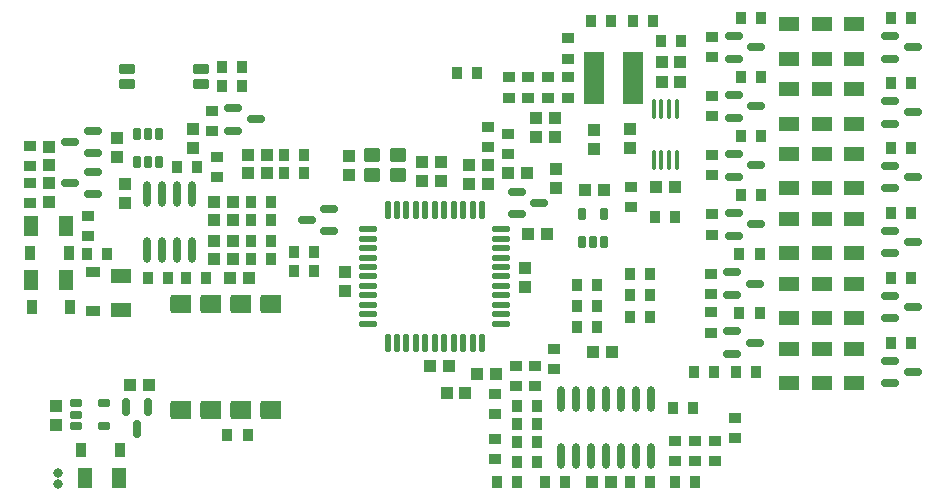
<source format=gtp>
G04*
G04 #@! TF.GenerationSoftware,Altium Limited,Altium Designer,20.0.13 (296)*
G04*
G04 Layer_Color=8421504*
%FSLAX43Y43*%
%MOMM*%
G71*
G01*
G75*
%ADD18R,1.000X1.000*%
%ADD19R,0.900X1.000*%
%ADD20R,1.000X1.000*%
%ADD21R,1.800X4.500*%
%ADD22O,0.350X1.700*%
%ADD23R,1.000X0.900*%
G04:AMPARAMS|DCode=24|XSize=0.6mm|YSize=1.1mm|CornerRadius=0.15mm|HoleSize=0mm|Usage=FLASHONLY|Rotation=180.000|XOffset=0mm|YOffset=0mm|HoleType=Round|Shape=RoundedRectangle|*
%AMROUNDEDRECTD24*
21,1,0.600,0.800,0,0,180.0*
21,1,0.300,1.100,0,0,180.0*
1,1,0.300,-0.150,0.400*
1,1,0.300,0.150,0.400*
1,1,0.300,0.150,-0.400*
1,1,0.300,-0.150,-0.400*
%
%ADD24ROUNDEDRECTD24*%
G04:AMPARAMS|DCode=25|XSize=0.6mm|YSize=1.1mm|CornerRadius=0.15mm|HoleSize=0mm|Usage=FLASHONLY|Rotation=90.000|XOffset=0mm|YOffset=0mm|HoleType=Round|Shape=RoundedRectangle|*
%AMROUNDEDRECTD25*
21,1,0.600,0.800,0,0,90.0*
21,1,0.300,1.100,0,0,90.0*
1,1,0.300,0.400,0.150*
1,1,0.300,0.400,-0.150*
1,1,0.300,-0.400,-0.150*
1,1,0.300,-0.400,0.150*
%
%ADD25ROUNDEDRECTD25*%
G04:AMPARAMS|DCode=26|XSize=1.219mm|YSize=0.914mm|CornerRadius=0.183mm|HoleSize=0mm|Usage=FLASHONLY|Rotation=90.000|XOffset=0mm|YOffset=0mm|HoleType=Round|Shape=RoundedRectangle|*
%AMROUNDEDRECTD26*
21,1,1.219,0.549,0,0,90.0*
21,1,0.853,0.914,0,0,90.0*
1,1,0.366,0.274,0.427*
1,1,0.366,0.274,-0.427*
1,1,0.366,-0.274,-0.427*
1,1,0.366,-0.274,0.427*
%
%ADD26ROUNDEDRECTD26*%
%ADD27R,1.800X1.300*%
G04:AMPARAMS|DCode=28|XSize=0.6mm|YSize=1.5mm|CornerRadius=0.15mm|HoleSize=0mm|Usage=FLASHONLY|Rotation=90.000|XOffset=0mm|YOffset=0mm|HoleType=Round|Shape=RoundedRectangle|*
%AMROUNDEDRECTD28*
21,1,0.600,1.200,0,0,90.0*
21,1,0.300,1.500,0,0,90.0*
1,1,0.300,0.600,0.150*
1,1,0.300,0.600,-0.150*
1,1,0.300,-0.600,-0.150*
1,1,0.300,-0.600,0.150*
%
%ADD28ROUNDEDRECTD28*%
G04:AMPARAMS|DCode=29|XSize=0.9mm|YSize=1.3mm|CornerRadius=0.18mm|HoleSize=0mm|Usage=FLASHONLY|Rotation=90.000|XOffset=0mm|YOffset=0mm|HoleType=Round|Shape=RoundedRectangle|*
%AMROUNDEDRECTD29*
21,1,0.900,0.940,0,0,90.0*
21,1,0.540,1.300,0,0,90.0*
1,1,0.360,0.470,0.270*
1,1,0.360,0.470,-0.270*
1,1,0.360,-0.470,-0.270*
1,1,0.360,-0.470,0.270*
%
%ADD29ROUNDEDRECTD29*%
%ADD30O,0.550X1.600*%
%ADD31O,1.600X0.550*%
G04:AMPARAMS|DCode=32|XSize=1.778mm|YSize=1.524mm|CornerRadius=0.191mm|HoleSize=0mm|Usage=FLASHONLY|Rotation=0.000|XOffset=0mm|YOffset=0mm|HoleType=Round|Shape=RoundedRectangle|*
%AMROUNDEDRECTD32*
21,1,1.778,1.143,0,0,0.0*
21,1,1.397,1.524,0,0,0.0*
1,1,0.381,0.699,-0.572*
1,1,0.381,-0.699,-0.572*
1,1,0.381,-0.699,0.572*
1,1,0.381,0.699,0.572*
%
%ADD32ROUNDEDRECTD32*%
G04:AMPARAMS|DCode=33|XSize=1.219mm|YSize=0.914mm|CornerRadius=0.183mm|HoleSize=0mm|Usage=FLASHONLY|Rotation=180.000|XOffset=0mm|YOffset=0mm|HoleType=Round|Shape=RoundedRectangle|*
%AMROUNDEDRECTD33*
21,1,1.219,0.549,0,0,180.0*
21,1,0.853,0.914,0,0,180.0*
1,1,0.366,-0.427,0.274*
1,1,0.366,0.427,0.274*
1,1,0.366,0.427,-0.274*
1,1,0.366,-0.427,-0.274*
%
%ADD33ROUNDEDRECTD33*%
%ADD34R,1.300X1.800*%
%ADD35C,0.800*%
G04:AMPARAMS|DCode=36|XSize=0.6mm|YSize=1.5mm|CornerRadius=0.15mm|HoleSize=0mm|Usage=FLASHONLY|Rotation=0.000|XOffset=0mm|YOffset=0mm|HoleType=Round|Shape=RoundedRectangle|*
%AMROUNDEDRECTD36*
21,1,0.600,1.200,0,0,0.0*
21,1,0.300,1.500,0,0,0.0*
1,1,0.300,0.150,-0.600*
1,1,0.300,-0.150,-0.600*
1,1,0.300,-0.150,0.600*
1,1,0.300,0.150,0.600*
%
%ADD36ROUNDEDRECTD36*%
G04:AMPARAMS|DCode=37|XSize=1.4mm|YSize=1.2mm|CornerRadius=0.15mm|HoleSize=0mm|Usage=FLASHONLY|Rotation=0.000|XOffset=0mm|YOffset=0mm|HoleType=Round|Shape=RoundedRectangle|*
%AMROUNDEDRECTD37*
21,1,1.400,0.900,0,0,0.0*
21,1,1.100,1.200,0,0,0.0*
1,1,0.300,0.550,-0.450*
1,1,0.300,-0.550,-0.450*
1,1,0.300,-0.550,0.450*
1,1,0.300,0.550,0.450*
%
%ADD37ROUNDEDRECTD37*%
%ADD38O,0.600X2.200*%
D18*
X125800Y131500D02*
D03*
Y129900D02*
D03*
X122800Y129800D02*
D03*
Y131400D02*
D03*
X113800Y128400D02*
D03*
Y126800D02*
D03*
X119500Y130800D02*
D03*
Y132400D02*
D03*
X117900Y130800D02*
D03*
Y132400D02*
D03*
X77200Y108000D02*
D03*
Y106400D02*
D03*
X112200Y126800D02*
D03*
Y128400D02*
D03*
X101700Y119400D02*
D03*
Y117800D02*
D03*
X119600Y128100D02*
D03*
Y126500D02*
D03*
X83100Y126800D02*
D03*
Y125200D02*
D03*
X76600Y128400D02*
D03*
Y130000D02*
D03*
Y125300D02*
D03*
Y126900D02*
D03*
X88800Y131500D02*
D03*
Y129900D02*
D03*
X82400Y129100D02*
D03*
Y130700D02*
D03*
X102000Y129200D02*
D03*
Y127600D02*
D03*
X116900Y119700D02*
D03*
Y118100D02*
D03*
D19*
X124250Y140600D02*
D03*
X122550D02*
D03*
X130150Y138900D02*
D03*
X128450D02*
D03*
X127750Y140600D02*
D03*
X126050D02*
D03*
X127950Y124000D02*
D03*
X129650D02*
D03*
X91750Y105600D02*
D03*
X93450D02*
D03*
X125850Y119200D02*
D03*
X127550D02*
D03*
X135200Y140900D02*
D03*
X136900D02*
D03*
X149650D02*
D03*
X147950D02*
D03*
X121350Y118300D02*
D03*
X123050D02*
D03*
X135200Y135900D02*
D03*
X136900D02*
D03*
X149650Y135400D02*
D03*
X147950D02*
D03*
X117950Y108000D02*
D03*
X116250D02*
D03*
X111200Y136200D02*
D03*
X112900D02*
D03*
X125850Y117400D02*
D03*
X127550D02*
D03*
X135200Y130900D02*
D03*
X136900D02*
D03*
X149650Y129900D02*
D03*
X147950D02*
D03*
X116250Y103300D02*
D03*
X117950D02*
D03*
X117950Y105000D02*
D03*
X116250D02*
D03*
Y101600D02*
D03*
X114550D02*
D03*
X121350Y116500D02*
D03*
X123050D02*
D03*
X120350Y101600D02*
D03*
X118650D02*
D03*
X135200Y125900D02*
D03*
X136900D02*
D03*
X149650Y124400D02*
D03*
X147950D02*
D03*
X136500Y110900D02*
D03*
X134800D02*
D03*
X132950D02*
D03*
X131250D02*
D03*
X125850Y115600D02*
D03*
X127550D02*
D03*
X135100Y120900D02*
D03*
X136800D02*
D03*
X131150Y107900D02*
D03*
X129450D02*
D03*
X149650Y118900D02*
D03*
X147950D02*
D03*
X117950Y106500D02*
D03*
X116250D02*
D03*
X92950Y136700D02*
D03*
X91250D02*
D03*
X121350Y114700D02*
D03*
X123050D02*
D03*
X129650Y101600D02*
D03*
X131350D02*
D03*
X135100Y115900D02*
D03*
X136800D02*
D03*
X149650Y113400D02*
D03*
X147950D02*
D03*
X127550Y101600D02*
D03*
X125850D02*
D03*
X91250Y135100D02*
D03*
X92950D02*
D03*
X98250Y129300D02*
D03*
X96550D02*
D03*
X98250Y127800D02*
D03*
X96550D02*
D03*
X95450Y125300D02*
D03*
X93750D02*
D03*
X95450Y123800D02*
D03*
X93750D02*
D03*
X81550Y120900D02*
D03*
X79850D02*
D03*
X89150Y128300D02*
D03*
X87450D02*
D03*
X89950Y118900D02*
D03*
X88250D02*
D03*
X95450Y122000D02*
D03*
X93750D02*
D03*
X95450Y120500D02*
D03*
X93750D02*
D03*
X86750Y118900D02*
D03*
X85050D02*
D03*
X97350Y119500D02*
D03*
X99050D02*
D03*
X97350Y121100D02*
D03*
X99050D02*
D03*
D20*
X130100Y135500D02*
D03*
X128500D02*
D03*
X129600Y126600D02*
D03*
X128000D02*
D03*
X128500Y137200D02*
D03*
X130100D02*
D03*
X122000Y126300D02*
D03*
X123600D02*
D03*
X95100Y127800D02*
D03*
X93500D02*
D03*
X95100Y129300D02*
D03*
X93500D02*
D03*
X124200Y101600D02*
D03*
X122600D02*
D03*
X114500Y110700D02*
D03*
X112900D02*
D03*
X111900Y109100D02*
D03*
X110300D02*
D03*
X122700Y112600D02*
D03*
X124300D02*
D03*
X115500Y127800D02*
D03*
X117100D02*
D03*
X108200Y127100D02*
D03*
X109800D02*
D03*
X118800Y122600D02*
D03*
X117200D02*
D03*
X92000Y118900D02*
D03*
X93600D02*
D03*
X85100Y109800D02*
D03*
X83500D02*
D03*
X92200Y120500D02*
D03*
X90600D02*
D03*
X92200Y122000D02*
D03*
X90600D02*
D03*
X92200Y123800D02*
D03*
X90600D02*
D03*
X92200Y125300D02*
D03*
X90600D02*
D03*
X109800Y128700D02*
D03*
X108200D02*
D03*
X110500Y111400D02*
D03*
X108900D02*
D03*
D21*
X126050Y135800D02*
D03*
X122750D02*
D03*
D22*
X127825Y128850D02*
D03*
X128475D02*
D03*
X129125D02*
D03*
X129775D02*
D03*
X127825Y133150D02*
D03*
X128475D02*
D03*
X129125D02*
D03*
X129775D02*
D03*
D23*
X125900Y124850D02*
D03*
Y126550D02*
D03*
X113800Y129950D02*
D03*
Y131650D02*
D03*
X115500Y131050D02*
D03*
Y129350D02*
D03*
X134700Y107050D02*
D03*
Y105350D02*
D03*
X132800Y139250D02*
D03*
Y137550D02*
D03*
X120600Y135850D02*
D03*
Y134150D02*
D03*
X118900Y135850D02*
D03*
Y134150D02*
D03*
X120600Y139150D02*
D03*
Y137450D02*
D03*
X117200Y134150D02*
D03*
Y135850D02*
D03*
X115600Y135850D02*
D03*
Y134150D02*
D03*
X132800Y134250D02*
D03*
Y132550D02*
D03*
X117800Y109750D02*
D03*
Y111450D02*
D03*
X119400Y111150D02*
D03*
Y112850D02*
D03*
X132800Y129250D02*
D03*
Y127550D02*
D03*
X116200Y111450D02*
D03*
Y109750D02*
D03*
X114400Y109050D02*
D03*
Y107350D02*
D03*
X132800Y124250D02*
D03*
Y122550D02*
D03*
X114400Y105250D02*
D03*
Y103550D02*
D03*
X90400Y133050D02*
D03*
Y131350D02*
D03*
X132700Y119250D02*
D03*
Y117550D02*
D03*
X133000Y105050D02*
D03*
Y103350D02*
D03*
X132700Y114250D02*
D03*
Y115950D02*
D03*
X129600Y105050D02*
D03*
Y103350D02*
D03*
X131300Y105050D02*
D03*
Y103350D02*
D03*
X90900Y129150D02*
D03*
Y127450D02*
D03*
X79900Y124150D02*
D03*
Y122450D02*
D03*
X75000Y128350D02*
D03*
Y130050D02*
D03*
Y126950D02*
D03*
Y125250D02*
D03*
D24*
X121750Y121900D02*
D03*
X122700D02*
D03*
X123650D02*
D03*
Y124300D02*
D03*
X121750D02*
D03*
X84050Y131100D02*
D03*
X85000D02*
D03*
X85950D02*
D03*
Y128700D02*
D03*
X85000D02*
D03*
X84050D02*
D03*
D25*
X81300Y108250D02*
D03*
Y106350D02*
D03*
X78900D02*
D03*
Y107300D02*
D03*
Y108250D02*
D03*
D26*
X79362Y104300D02*
D03*
X82638D02*
D03*
X78438Y116400D02*
D03*
X75162D02*
D03*
X78338Y121000D02*
D03*
X75062D02*
D03*
D27*
X139300Y140350D02*
D03*
Y137450D02*
D03*
X142050Y140350D02*
D03*
Y137450D02*
D03*
X144800Y140350D02*
D03*
Y137450D02*
D03*
X139300Y134850D02*
D03*
Y131950D02*
D03*
X142050Y134850D02*
D03*
Y131950D02*
D03*
X144800Y134850D02*
D03*
Y131950D02*
D03*
X139300Y129350D02*
D03*
Y126450D02*
D03*
X142050Y129350D02*
D03*
Y126450D02*
D03*
X144800Y129350D02*
D03*
Y126450D02*
D03*
X139300Y123850D02*
D03*
Y120950D02*
D03*
X142050Y123850D02*
D03*
Y120950D02*
D03*
X144800Y123850D02*
D03*
Y120950D02*
D03*
X139300Y118350D02*
D03*
Y115450D02*
D03*
X142050Y118350D02*
D03*
Y115450D02*
D03*
X144800Y118350D02*
D03*
Y115450D02*
D03*
X139300Y112850D02*
D03*
Y109950D02*
D03*
X142050Y112850D02*
D03*
Y109950D02*
D03*
X144800Y112850D02*
D03*
Y109950D02*
D03*
X82700Y119050D02*
D03*
Y116150D02*
D03*
D28*
X147850Y139350D02*
D03*
Y137450D02*
D03*
X149750Y138400D02*
D03*
X147850Y133850D02*
D03*
Y131950D02*
D03*
X149750Y132900D02*
D03*
X147850Y128350D02*
D03*
Y126450D02*
D03*
X149750Y127400D02*
D03*
X147850Y122850D02*
D03*
Y120950D02*
D03*
X149750Y121900D02*
D03*
X147850Y117350D02*
D03*
Y115450D02*
D03*
X149750Y116400D02*
D03*
X147850Y111850D02*
D03*
Y109950D02*
D03*
X149750Y110900D02*
D03*
X134500Y114350D02*
D03*
Y112450D02*
D03*
X136400Y113400D02*
D03*
X134500Y119350D02*
D03*
Y117450D02*
D03*
X136400Y118400D02*
D03*
X92250Y133250D02*
D03*
Y131350D02*
D03*
X94150Y132300D02*
D03*
X134600Y124350D02*
D03*
Y122450D02*
D03*
X136500Y123400D02*
D03*
X134600Y129350D02*
D03*
Y127450D02*
D03*
X136500Y128400D02*
D03*
X134600Y134350D02*
D03*
Y132450D02*
D03*
X136500Y133400D02*
D03*
X134600Y139350D02*
D03*
Y137450D02*
D03*
X136500Y138400D02*
D03*
X80350Y125950D02*
D03*
Y127850D02*
D03*
X78450Y126900D02*
D03*
X80350Y129450D02*
D03*
Y131350D02*
D03*
X78450Y130400D02*
D03*
X100350Y122850D02*
D03*
Y124750D02*
D03*
X98450Y123800D02*
D03*
X116250Y126150D02*
D03*
Y124250D02*
D03*
X118150Y125200D02*
D03*
D29*
X89550Y135265D02*
D03*
Y136535D02*
D03*
X83250D02*
D03*
Y135265D02*
D03*
D30*
X105300Y113350D02*
D03*
X106100D02*
D03*
X106900D02*
D03*
X107700D02*
D03*
X108500D02*
D03*
X109300D02*
D03*
X110100D02*
D03*
X110900D02*
D03*
X111700D02*
D03*
X112500D02*
D03*
X113300D02*
D03*
Y124650D02*
D03*
X112500D02*
D03*
X111700D02*
D03*
X110900D02*
D03*
X110100D02*
D03*
X109300D02*
D03*
X108500D02*
D03*
X107700D02*
D03*
X106900D02*
D03*
X106100D02*
D03*
X105300D02*
D03*
D31*
X114950Y115000D02*
D03*
Y115800D02*
D03*
Y116600D02*
D03*
Y117400D02*
D03*
Y118200D02*
D03*
Y119000D02*
D03*
Y119800D02*
D03*
Y120600D02*
D03*
Y121400D02*
D03*
Y122200D02*
D03*
Y123000D02*
D03*
X103650D02*
D03*
Y122200D02*
D03*
Y121400D02*
D03*
Y120600D02*
D03*
Y119800D02*
D03*
Y119000D02*
D03*
Y118200D02*
D03*
Y117400D02*
D03*
Y116600D02*
D03*
Y115800D02*
D03*
Y115000D02*
D03*
D32*
X95410Y107691D02*
D03*
X92870D02*
D03*
X90330D02*
D03*
X87790D02*
D03*
Y116709D02*
D03*
X90330D02*
D03*
X92870D02*
D03*
X95410D02*
D03*
D33*
X80400Y116062D02*
D03*
Y119338D02*
D03*
D34*
X78050Y123300D02*
D03*
X75150D02*
D03*
X78050Y118700D02*
D03*
X75150D02*
D03*
X82550Y101900D02*
D03*
X79650D02*
D03*
D35*
X77400Y102400D02*
D03*
Y101400D02*
D03*
D36*
X85050Y107950D02*
D03*
X83150D02*
D03*
X84100Y106050D02*
D03*
D37*
X104000Y127550D02*
D03*
X106200D02*
D03*
X104000Y129250D02*
D03*
X106200D02*
D03*
D38*
X127610Y108600D02*
D03*
X126340D02*
D03*
X125070D02*
D03*
X123800D02*
D03*
X122530D02*
D03*
X121260D02*
D03*
X119990D02*
D03*
X127610Y103800D02*
D03*
X126340D02*
D03*
X125070D02*
D03*
X123800D02*
D03*
X122530D02*
D03*
X121260D02*
D03*
X119990D02*
D03*
X84895Y121200D02*
D03*
X86165D02*
D03*
X87435D02*
D03*
X88705D02*
D03*
X84895Y126000D02*
D03*
X86165D02*
D03*
X87435D02*
D03*
X88705D02*
D03*
M02*

</source>
